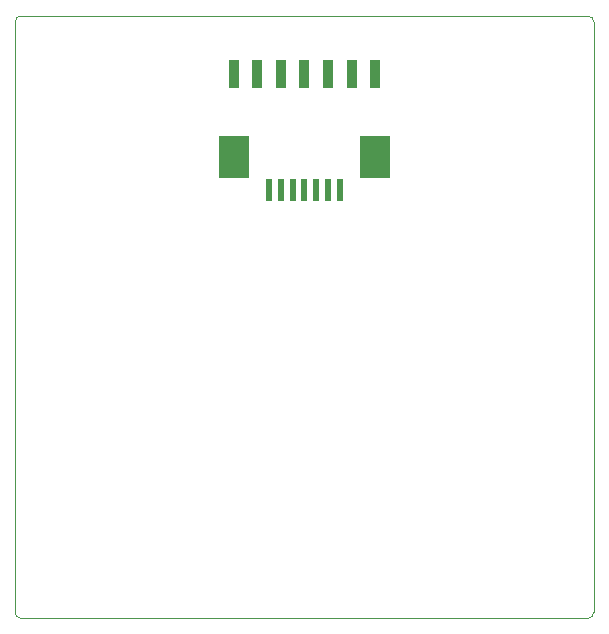
<source format=gbr>
G04 GENERATED BY PULSONIX 7.0 GERBER.DLL 4573*
%INHILLSTAR_30X30_EL_V1_0*%
%LNGERBER_PASTE_BOTTOM*%
%FSLAX33Y33*%
%IPPOS*%
%LPD*%
%OFA0B0*%
%MOMM*%
%ADD346C,0.100*%
%ADD452R,0.549X1.849*%
%ADD456R,2.649X3.549*%
%ADD5690R,0.849X2.449*%
X0Y0D02*
D02*
D346*
X105791Y152462D02*
X153791D01*
G75*
G02X154291Y151962J-500*
G01*
Y101962*
G75*
G02X153791Y101462I-500*
G01*
X105791*
G75*
G02X105291Y101962J500*
G01*
Y151962*
G75*
G02X105791Y152462I500*
G01*
D02*
D452*
X126791Y137762D03*
X127791D03*
X128791D03*
X129791D03*
X130791D03*
X131791D03*
X132791D03*
D02*
D456*
X123791Y140562D03*
X135791D03*
D02*
D5690*
X123791Y147562D03*
X125791D03*
X127791D03*
X129791D03*
X131791D03*
X133791D03*
X135791D03*
X0Y0D02*
M02*

</source>
